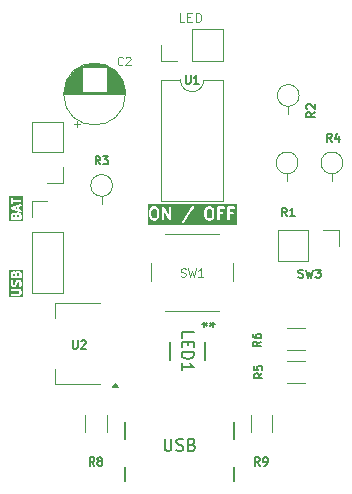
<source format=gto>
%TF.GenerationSoftware,KiCad,Pcbnew,8.0.4*%
%TF.CreationDate,2024-08-01T01:15:24-04:00*%
%TF.ProjectId,555_toggle-switch_v2,3535355f-746f-4676-976c-652d73776974,rev?*%
%TF.SameCoordinates,Original*%
%TF.FileFunction,Legend,Top*%
%TF.FilePolarity,Positive*%
%FSLAX46Y46*%
G04 Gerber Fmt 4.6, Leading zero omitted, Abs format (unit mm)*
G04 Created by KiCad (PCBNEW 8.0.4) date 2024-08-01 01:15:24*
%MOMM*%
%LPD*%
G01*
G04 APERTURE LIST*
%ADD10C,0.187500*%
%ADD11C,0.200000*%
%ADD12C,0.125000*%
%ADD13C,0.150000*%
%ADD14C,0.120000*%
%ADD15C,0.152400*%
G04 APERTURE END LIST*
D10*
G36*
X110617395Y-109066334D02*
G01*
X110631593Y-109080532D01*
X110650607Y-109118559D01*
X110650607Y-109252678D01*
X110480964Y-109252678D01*
X110480964Y-109118560D01*
X110499978Y-109080531D01*
X110514174Y-109066334D01*
X110552203Y-109047321D01*
X110579368Y-109047321D01*
X110617395Y-109066334D01*
G37*
G36*
X111010253Y-109030621D02*
G01*
X111024450Y-109044817D01*
X111043464Y-109082845D01*
X111043464Y-109252678D01*
X110838107Y-109252678D01*
X110838107Y-109111640D01*
X110862011Y-109039926D01*
X110871316Y-109030621D01*
X110909346Y-109011607D01*
X110972225Y-109011607D01*
X111010253Y-109030621D01*
G37*
G36*
X111324714Y-111033928D02*
G01*
X110199714Y-111033928D01*
X110199714Y-110399567D01*
X110295265Y-110399567D01*
X110295265Y-110436147D01*
X110309264Y-110469942D01*
X110335129Y-110495807D01*
X110368924Y-110509806D01*
X110387214Y-110511607D01*
X110972225Y-110511607D01*
X111010253Y-110530621D01*
X111024450Y-110544817D01*
X111043464Y-110582845D01*
X111043464Y-110681439D01*
X111024450Y-110719467D01*
X111010253Y-110733663D01*
X110972225Y-110752678D01*
X110387214Y-110752678D01*
X110368924Y-110754479D01*
X110335129Y-110768478D01*
X110309264Y-110794343D01*
X110295265Y-110828138D01*
X110295265Y-110864718D01*
X110309264Y-110898513D01*
X110335129Y-110924378D01*
X110368924Y-110938377D01*
X110387214Y-110940178D01*
X110994357Y-110940178D01*
X111012647Y-110938377D01*
X111015759Y-110937087D01*
X111019119Y-110936849D01*
X111036283Y-110930281D01*
X111107711Y-110894567D01*
X111115582Y-110889612D01*
X111117869Y-110888665D01*
X111120443Y-110886552D01*
X111123265Y-110884776D01*
X111124888Y-110882904D01*
X111132075Y-110877006D01*
X111167790Y-110841292D01*
X111173690Y-110834103D01*
X111175562Y-110832480D01*
X111177336Y-110829660D01*
X111179450Y-110827086D01*
X111180397Y-110824798D01*
X111185353Y-110816926D01*
X111221067Y-110745497D01*
X111227635Y-110728332D01*
X111227873Y-110724973D01*
X111229163Y-110721861D01*
X111230964Y-110703571D01*
X111230964Y-110560714D01*
X111229163Y-110542424D01*
X111227873Y-110539311D01*
X111227635Y-110535953D01*
X111221067Y-110518788D01*
X111185353Y-110447359D01*
X111180397Y-110439486D01*
X111179450Y-110437199D01*
X111177336Y-110434624D01*
X111175562Y-110431805D01*
X111173690Y-110430181D01*
X111167790Y-110422993D01*
X111132075Y-110387279D01*
X111124888Y-110381380D01*
X111123265Y-110379509D01*
X111120443Y-110377732D01*
X111117869Y-110375620D01*
X111115582Y-110374672D01*
X111107711Y-110369718D01*
X111036283Y-110334004D01*
X111019119Y-110327436D01*
X111015759Y-110327197D01*
X111012647Y-110325908D01*
X110994357Y-110324107D01*
X110387214Y-110324107D01*
X110368924Y-110325908D01*
X110335129Y-110339907D01*
X110309264Y-110365772D01*
X110295265Y-110399567D01*
X110199714Y-110399567D01*
X110199714Y-109775000D01*
X110293464Y-109775000D01*
X110293464Y-109953571D01*
X110295265Y-109971861D01*
X110296554Y-109974973D01*
X110296793Y-109978332D01*
X110303361Y-109995497D01*
X110339075Y-110066926D01*
X110344028Y-110074795D01*
X110344977Y-110077085D01*
X110347091Y-110079661D01*
X110348866Y-110082480D01*
X110350736Y-110084102D01*
X110356637Y-110091291D01*
X110392351Y-110127005D01*
X110399539Y-110132905D01*
X110401162Y-110134776D01*
X110403980Y-110136550D01*
X110406557Y-110138665D01*
X110408846Y-110139613D01*
X110416716Y-110144567D01*
X110488145Y-110180281D01*
X110505310Y-110186849D01*
X110508668Y-110187087D01*
X110511781Y-110188377D01*
X110530071Y-110190178D01*
X110601500Y-110190178D01*
X110619790Y-110188377D01*
X110622902Y-110187087D01*
X110626262Y-110186849D01*
X110643426Y-110180281D01*
X110714854Y-110144567D01*
X110722723Y-110139613D01*
X110725013Y-110138665D01*
X110727589Y-110136550D01*
X110730408Y-110134776D01*
X110732030Y-110132905D01*
X110739219Y-110127005D01*
X110774933Y-110091291D01*
X110780833Y-110084102D01*
X110782704Y-110082480D01*
X110784477Y-110079662D01*
X110786593Y-110077085D01*
X110787541Y-110074794D01*
X110792494Y-110066927D01*
X110828209Y-109995498D01*
X110828720Y-109994162D01*
X110829125Y-109993616D01*
X110831870Y-109985930D01*
X110834778Y-109978334D01*
X110834826Y-109977658D01*
X110835308Y-109976309D01*
X110868525Y-109843436D01*
X110892834Y-109794818D01*
X110907033Y-109780620D01*
X110945060Y-109761607D01*
X110972225Y-109761607D01*
X111010252Y-109780620D01*
X111024450Y-109794819D01*
X111043464Y-109832846D01*
X111043464Y-109974072D01*
X111012561Y-110066782D01*
X111008486Y-110084703D01*
X111011079Y-110121190D01*
X111027438Y-110153907D01*
X111055072Y-110177875D01*
X111089775Y-110189442D01*
X111126262Y-110186849D01*
X111158979Y-110170490D01*
X111182947Y-110142856D01*
X111190439Y-110126074D01*
X111226153Y-110018932D01*
X111228214Y-110009865D01*
X111229163Y-110007576D01*
X111229489Y-110004257D01*
X111230228Y-110001011D01*
X111230052Y-109998542D01*
X111230964Y-109989286D01*
X111230964Y-109810714D01*
X111229163Y-109792424D01*
X111227873Y-109789311D01*
X111227635Y-109785952D01*
X111221067Y-109768788D01*
X111185353Y-109697360D01*
X111180399Y-109689490D01*
X111179451Y-109687201D01*
X111177335Y-109684623D01*
X111175562Y-109681806D01*
X111173692Y-109680184D01*
X111167792Y-109672995D01*
X111132076Y-109637280D01*
X111124887Y-109631379D01*
X111123265Y-109629509D01*
X111120446Y-109627734D01*
X111117870Y-109625620D01*
X111115580Y-109624671D01*
X111107711Y-109619718D01*
X111036283Y-109584004D01*
X111019119Y-109577436D01*
X111015759Y-109577197D01*
X111012647Y-109575908D01*
X110994357Y-109574107D01*
X110922928Y-109574107D01*
X110904638Y-109575908D01*
X110901525Y-109577197D01*
X110898166Y-109577436D01*
X110881002Y-109584004D01*
X110809574Y-109619718D01*
X110801704Y-109624671D01*
X110799415Y-109625620D01*
X110796837Y-109627735D01*
X110794020Y-109629509D01*
X110792398Y-109631378D01*
X110785209Y-109637279D01*
X110749494Y-109672995D01*
X110743593Y-109680183D01*
X110741723Y-109681806D01*
X110739948Y-109684624D01*
X110737834Y-109687201D01*
X110736885Y-109689490D01*
X110731932Y-109697360D01*
X110696218Y-109768788D01*
X110695706Y-109770124D01*
X110695303Y-109770669D01*
X110692558Y-109778352D01*
X110689650Y-109785952D01*
X110689602Y-109786626D01*
X110689120Y-109787976D01*
X110655901Y-109920852D01*
X110631593Y-109969466D01*
X110617396Y-109983664D01*
X110579368Y-110002678D01*
X110552203Y-110002678D01*
X110514173Y-109983663D01*
X110499978Y-109969468D01*
X110480964Y-109931439D01*
X110480964Y-109790212D01*
X110511867Y-109697503D01*
X110515942Y-109679582D01*
X110513349Y-109643094D01*
X110496990Y-109610377D01*
X110469356Y-109586410D01*
X110434653Y-109574842D01*
X110398166Y-109577436D01*
X110365449Y-109593795D01*
X110341481Y-109621429D01*
X110333989Y-109638210D01*
X110298275Y-109745354D01*
X110296213Y-109754420D01*
X110295265Y-109756710D01*
X110294938Y-109760028D01*
X110294200Y-109763275D01*
X110294375Y-109765743D01*
X110293464Y-109775000D01*
X110199714Y-109775000D01*
X110199714Y-109096428D01*
X110293464Y-109096428D01*
X110293464Y-109346428D01*
X110295265Y-109364718D01*
X110309264Y-109398513D01*
X110335129Y-109424378D01*
X110368924Y-109438377D01*
X110387214Y-109440178D01*
X111137214Y-109440178D01*
X111155504Y-109438377D01*
X111189299Y-109424378D01*
X111215164Y-109398513D01*
X111229163Y-109364718D01*
X111230964Y-109346428D01*
X111230964Y-109060714D01*
X111229163Y-109042424D01*
X111227873Y-109039311D01*
X111227635Y-109035953D01*
X111221067Y-109018788D01*
X111185353Y-108947359D01*
X111180397Y-108939486D01*
X111179450Y-108937199D01*
X111177336Y-108934624D01*
X111175562Y-108931805D01*
X111173690Y-108930181D01*
X111167790Y-108922993D01*
X111132075Y-108887279D01*
X111124888Y-108881380D01*
X111123265Y-108879509D01*
X111120443Y-108877732D01*
X111117869Y-108875620D01*
X111115582Y-108874672D01*
X111107711Y-108869718D01*
X111036283Y-108834004D01*
X111019119Y-108827436D01*
X111015759Y-108827197D01*
X111012647Y-108825908D01*
X110994357Y-108824107D01*
X110887214Y-108824107D01*
X110868924Y-108825908D01*
X110865811Y-108827197D01*
X110862453Y-108827436D01*
X110845288Y-108834004D01*
X110773859Y-108869718D01*
X110765989Y-108874671D01*
X110763700Y-108875620D01*
X110761123Y-108877734D01*
X110758305Y-108879509D01*
X110756682Y-108881379D01*
X110749494Y-108887280D01*
X110725247Y-108911526D01*
X110725014Y-108911335D01*
X110722726Y-108910387D01*
X110714854Y-108905432D01*
X110643426Y-108869718D01*
X110626262Y-108863150D01*
X110622902Y-108862911D01*
X110619790Y-108861622D01*
X110601500Y-108859821D01*
X110530071Y-108859821D01*
X110511781Y-108861622D01*
X110508668Y-108862911D01*
X110505310Y-108863150D01*
X110488145Y-108869718D01*
X110416716Y-108905432D01*
X110408843Y-108910387D01*
X110406556Y-108911335D01*
X110403981Y-108913448D01*
X110401162Y-108915223D01*
X110399538Y-108917094D01*
X110392350Y-108922995D01*
X110356636Y-108958710D01*
X110350737Y-108965896D01*
X110348866Y-108967520D01*
X110347089Y-108970341D01*
X110344977Y-108972916D01*
X110344029Y-108975202D01*
X110339075Y-108983074D01*
X110303361Y-109054502D01*
X110296793Y-109071666D01*
X110296554Y-109075025D01*
X110295265Y-109078138D01*
X110293464Y-109096428D01*
X110199714Y-109096428D01*
X110199714Y-108730357D01*
X111324714Y-108730357D01*
X111324714Y-111033928D01*
G37*
G36*
X110617395Y-104123477D02*
G01*
X110631593Y-104137675D01*
X110650607Y-104175702D01*
X110650607Y-104309821D01*
X110480964Y-104309821D01*
X110480964Y-104175703D01*
X110499978Y-104137674D01*
X110514174Y-104123477D01*
X110552203Y-104104464D01*
X110579368Y-104104464D01*
X110617395Y-104123477D01*
G37*
G36*
X111010253Y-104087764D02*
G01*
X111024450Y-104101960D01*
X111043464Y-104139988D01*
X111043464Y-104309821D01*
X110838107Y-104309821D01*
X110838107Y-104168783D01*
X110862011Y-104097069D01*
X110871316Y-104087764D01*
X110909346Y-104068750D01*
X110972225Y-104068750D01*
X111010253Y-104087764D01*
G37*
G36*
X110829178Y-103559214D02*
G01*
X110683677Y-103510714D01*
X110829178Y-103462213D01*
X110829178Y-103559214D01*
G37*
G36*
X111324714Y-104591071D02*
G01*
X110199714Y-104591071D01*
X110199714Y-104153571D01*
X110293464Y-104153571D01*
X110293464Y-104403571D01*
X110295265Y-104421861D01*
X110309264Y-104455656D01*
X110335129Y-104481521D01*
X110368924Y-104495520D01*
X110387214Y-104497321D01*
X111137214Y-104497321D01*
X111155504Y-104495520D01*
X111189299Y-104481521D01*
X111215164Y-104455656D01*
X111229163Y-104421861D01*
X111230964Y-104403571D01*
X111230964Y-104117857D01*
X111229163Y-104099567D01*
X111227873Y-104096454D01*
X111227635Y-104093096D01*
X111221067Y-104075931D01*
X111185353Y-104004502D01*
X111180397Y-103996629D01*
X111179450Y-103994342D01*
X111177336Y-103991767D01*
X111175562Y-103988948D01*
X111173690Y-103987324D01*
X111167790Y-103980136D01*
X111132075Y-103944422D01*
X111124888Y-103938523D01*
X111123265Y-103936652D01*
X111120443Y-103934875D01*
X111117869Y-103932763D01*
X111115582Y-103931815D01*
X111107711Y-103926861D01*
X111036283Y-103891147D01*
X111019119Y-103884579D01*
X111015759Y-103884340D01*
X111012647Y-103883051D01*
X110994357Y-103881250D01*
X110887214Y-103881250D01*
X110868924Y-103883051D01*
X110865811Y-103884340D01*
X110862453Y-103884579D01*
X110845288Y-103891147D01*
X110773859Y-103926861D01*
X110765989Y-103931814D01*
X110763700Y-103932763D01*
X110761123Y-103934877D01*
X110758305Y-103936652D01*
X110756682Y-103938522D01*
X110749494Y-103944423D01*
X110725247Y-103968669D01*
X110725014Y-103968478D01*
X110722726Y-103967530D01*
X110714854Y-103962575D01*
X110643426Y-103926861D01*
X110626262Y-103920293D01*
X110622902Y-103920054D01*
X110619790Y-103918765D01*
X110601500Y-103916964D01*
X110530071Y-103916964D01*
X110511781Y-103918765D01*
X110508668Y-103920054D01*
X110505310Y-103920293D01*
X110488145Y-103926861D01*
X110416716Y-103962575D01*
X110408843Y-103967530D01*
X110406556Y-103968478D01*
X110403981Y-103970591D01*
X110401162Y-103972366D01*
X110399538Y-103974237D01*
X110392350Y-103980138D01*
X110356636Y-104015853D01*
X110350737Y-104023039D01*
X110348866Y-104024663D01*
X110347089Y-104027484D01*
X110344977Y-104030059D01*
X110344029Y-104032345D01*
X110339075Y-104040217D01*
X110303361Y-104111645D01*
X110296793Y-104128809D01*
X110296554Y-104132168D01*
X110295265Y-104135281D01*
X110293464Y-104153571D01*
X110199714Y-104153571D01*
X110199714Y-103498989D01*
X110294200Y-103498989D01*
X110295033Y-103510714D01*
X110294200Y-103522439D01*
X110296318Y-103528793D01*
X110296793Y-103535476D01*
X110302049Y-103545988D01*
X110305767Y-103557142D01*
X110310157Y-103562203D01*
X110313152Y-103568193D01*
X110322032Y-103575895D01*
X110329735Y-103584776D01*
X110335724Y-103587770D01*
X110340786Y-103592161D01*
X110357568Y-103599653D01*
X111107567Y-103849653D01*
X111125488Y-103853728D01*
X111161976Y-103851134D01*
X111194693Y-103834776D01*
X111218660Y-103807142D01*
X111230228Y-103772439D01*
X111227634Y-103735952D01*
X111211276Y-103703235D01*
X111183642Y-103679267D01*
X111166860Y-103671775D01*
X111016678Y-103621714D01*
X111016678Y-103399713D01*
X111166860Y-103349653D01*
X111183642Y-103342161D01*
X111211276Y-103318193D01*
X111227634Y-103285476D01*
X111230228Y-103248989D01*
X111218660Y-103214286D01*
X111194693Y-103186652D01*
X111161976Y-103170294D01*
X111125488Y-103167700D01*
X111107567Y-103171775D01*
X110357568Y-103421775D01*
X110340786Y-103429267D01*
X110335724Y-103433657D01*
X110329735Y-103436652D01*
X110322032Y-103445532D01*
X110313152Y-103453235D01*
X110310157Y-103459224D01*
X110305767Y-103464286D01*
X110302049Y-103475439D01*
X110296793Y-103485952D01*
X110296318Y-103492634D01*
X110294200Y-103498989D01*
X110199714Y-103498989D01*
X110199714Y-102689286D01*
X110293464Y-102689286D01*
X110293464Y-103117857D01*
X110295265Y-103136147D01*
X110309264Y-103169942D01*
X110335129Y-103195807D01*
X110368924Y-103209806D01*
X110405504Y-103209806D01*
X110439299Y-103195807D01*
X110465164Y-103169942D01*
X110479163Y-103136147D01*
X110480964Y-103117857D01*
X110480964Y-102997321D01*
X111137214Y-102997321D01*
X111155504Y-102995520D01*
X111189299Y-102981521D01*
X111215164Y-102955656D01*
X111229163Y-102921861D01*
X111229163Y-102885281D01*
X111215164Y-102851486D01*
X111189299Y-102825621D01*
X111155504Y-102811622D01*
X111137214Y-102809821D01*
X110480964Y-102809821D01*
X110480964Y-102689286D01*
X110479163Y-102670996D01*
X110465164Y-102637201D01*
X110439299Y-102611336D01*
X110405504Y-102597337D01*
X110368924Y-102597337D01*
X110335129Y-102611336D01*
X110309264Y-102637201D01*
X110295265Y-102670996D01*
X110293464Y-102689286D01*
X110199714Y-102689286D01*
X110199714Y-102503587D01*
X111324714Y-102503587D01*
X111324714Y-104591071D01*
G37*
D11*
G36*
X122586626Y-103597023D02*
G01*
X122650805Y-103661202D01*
X122688720Y-103812861D01*
X122688720Y-104121575D01*
X122650804Y-104273235D01*
X122586628Y-104337413D01*
X122527018Y-104367219D01*
X122383756Y-104367219D01*
X122324146Y-104337414D01*
X122259969Y-104273236D01*
X122222054Y-104121575D01*
X122222054Y-103812862D01*
X122259969Y-103661202D01*
X122324148Y-103597023D01*
X122383756Y-103567219D01*
X122527018Y-103567219D01*
X122586626Y-103597023D01*
G37*
G36*
X127253293Y-103597023D02*
G01*
X127317472Y-103661202D01*
X127355387Y-103812861D01*
X127355387Y-104121575D01*
X127317471Y-104273235D01*
X127253295Y-104337413D01*
X127193685Y-104367219D01*
X127050423Y-104367219D01*
X126990813Y-104337414D01*
X126926636Y-104273236D01*
X126888721Y-104121575D01*
X126888721Y-103812862D01*
X126926636Y-103661202D01*
X126990815Y-103597023D01*
X127050423Y-103567219D01*
X127193685Y-103567219D01*
X127253293Y-103597023D01*
G37*
G36*
X129426482Y-104916425D02*
G01*
X121910943Y-104916425D01*
X121910943Y-104705419D01*
X124783959Y-104705419D01*
X124791611Y-104743679D01*
X124813322Y-104776099D01*
X124845787Y-104797742D01*
X124884064Y-104805314D01*
X124922324Y-104797662D01*
X124954744Y-104775951D01*
X124967164Y-104760784D01*
X125607318Y-103800552D01*
X126688721Y-103800552D01*
X126688721Y-104133885D01*
X126689056Y-104137287D01*
X126688839Y-104138746D01*
X126689918Y-104146043D01*
X126690642Y-104153394D01*
X126691206Y-104154757D01*
X126691707Y-104158139D01*
X126739326Y-104348614D01*
X126745921Y-104367075D01*
X126750346Y-104373047D01*
X126753192Y-104379918D01*
X126765629Y-104395071D01*
X126860867Y-104490311D01*
X126868535Y-104496604D01*
X126870266Y-104498600D01*
X126873273Y-104500493D01*
X126876020Y-104502747D01*
X126878460Y-104503757D01*
X126886857Y-104509043D01*
X126982094Y-104556662D01*
X127000403Y-104563668D01*
X127003986Y-104563922D01*
X127007307Y-104565298D01*
X127026816Y-104567219D01*
X127217292Y-104567219D01*
X127236801Y-104565298D01*
X127240121Y-104563922D01*
X127243705Y-104563668D01*
X127262013Y-104556662D01*
X127357251Y-104509043D01*
X127365646Y-104503758D01*
X127368088Y-104502747D01*
X127370835Y-104500491D01*
X127373841Y-104498600D01*
X127375571Y-104496605D01*
X127383241Y-104490310D01*
X127478479Y-104395071D01*
X127490916Y-104379918D01*
X127493761Y-104373047D01*
X127498187Y-104367075D01*
X127504782Y-104348615D01*
X127552401Y-104158139D01*
X127552901Y-104154757D01*
X127553466Y-104153394D01*
X127554189Y-104146043D01*
X127555269Y-104138746D01*
X127555051Y-104137287D01*
X127555387Y-104133885D01*
X127555387Y-103800552D01*
X127555051Y-103797149D01*
X127555269Y-103795691D01*
X127554189Y-103788393D01*
X127553466Y-103781043D01*
X127552901Y-103779679D01*
X127552401Y-103776298D01*
X127504782Y-103585822D01*
X127498187Y-103567362D01*
X127493760Y-103561387D01*
X127490915Y-103554519D01*
X127478479Y-103539365D01*
X127406333Y-103467219D01*
X127783959Y-103467219D01*
X127783959Y-104467219D01*
X127785880Y-104486728D01*
X127800812Y-104522776D01*
X127828402Y-104550366D01*
X127864450Y-104565298D01*
X127903468Y-104565298D01*
X127939516Y-104550366D01*
X127967106Y-104522776D01*
X127982038Y-104486728D01*
X127983959Y-104467219D01*
X127983959Y-104043409D01*
X128217292Y-104043409D01*
X128236801Y-104041488D01*
X128272849Y-104026556D01*
X128300439Y-103998966D01*
X128315371Y-103962918D01*
X128315371Y-103923900D01*
X128300439Y-103887852D01*
X128272849Y-103860262D01*
X128236801Y-103845330D01*
X128217292Y-103843409D01*
X127983959Y-103843409D01*
X127983959Y-103567219D01*
X128360149Y-103567219D01*
X128379658Y-103565298D01*
X128415706Y-103550366D01*
X128443296Y-103522776D01*
X128458228Y-103486728D01*
X128458228Y-103467219D01*
X128641102Y-103467219D01*
X128641102Y-104467219D01*
X128643023Y-104486728D01*
X128657955Y-104522776D01*
X128685545Y-104550366D01*
X128721593Y-104565298D01*
X128760611Y-104565298D01*
X128796659Y-104550366D01*
X128824249Y-104522776D01*
X128839181Y-104486728D01*
X128841102Y-104467219D01*
X128841102Y-104043409D01*
X129074435Y-104043409D01*
X129093944Y-104041488D01*
X129129992Y-104026556D01*
X129157582Y-103998966D01*
X129172514Y-103962918D01*
X129172514Y-103923900D01*
X129157582Y-103887852D01*
X129129992Y-103860262D01*
X129093944Y-103845330D01*
X129074435Y-103843409D01*
X128841102Y-103843409D01*
X128841102Y-103567219D01*
X129217292Y-103567219D01*
X129236801Y-103565298D01*
X129272849Y-103550366D01*
X129300439Y-103522776D01*
X129315371Y-103486728D01*
X129315371Y-103447710D01*
X129300439Y-103411662D01*
X129272849Y-103384072D01*
X129236801Y-103369140D01*
X129217292Y-103367219D01*
X128741102Y-103367219D01*
X128721593Y-103369140D01*
X128685545Y-103384072D01*
X128657955Y-103411662D01*
X128643023Y-103447710D01*
X128641102Y-103467219D01*
X128458228Y-103467219D01*
X128458228Y-103447710D01*
X128443296Y-103411662D01*
X128415706Y-103384072D01*
X128379658Y-103369140D01*
X128360149Y-103367219D01*
X127883959Y-103367219D01*
X127864450Y-103369140D01*
X127828402Y-103384072D01*
X127800812Y-103411662D01*
X127785880Y-103447710D01*
X127783959Y-103467219D01*
X127406333Y-103467219D01*
X127383241Y-103444127D01*
X127375570Y-103437832D01*
X127373841Y-103435838D01*
X127370833Y-103433944D01*
X127368087Y-103431691D01*
X127365647Y-103430680D01*
X127357251Y-103425395D01*
X127262013Y-103377776D01*
X127243705Y-103370770D01*
X127240121Y-103370515D01*
X127236801Y-103369140D01*
X127217292Y-103367219D01*
X127026816Y-103367219D01*
X127007307Y-103369140D01*
X127003986Y-103370515D01*
X127000403Y-103370770D01*
X126982094Y-103377776D01*
X126886857Y-103425395D01*
X126878458Y-103430681D01*
X126876021Y-103431691D01*
X126873277Y-103433942D01*
X126870266Y-103435838D01*
X126868533Y-103437835D01*
X126860867Y-103444127D01*
X126765629Y-103539365D01*
X126753193Y-103554519D01*
X126750347Y-103561387D01*
X126745921Y-103567362D01*
X126739326Y-103585823D01*
X126691707Y-103776298D01*
X126691206Y-103779679D01*
X126690642Y-103781043D01*
X126689918Y-103788393D01*
X126688839Y-103795691D01*
X126689056Y-103797149D01*
X126688721Y-103800552D01*
X125607318Y-103800552D01*
X125824306Y-103475070D01*
X125833530Y-103457772D01*
X125841101Y-103419495D01*
X125833449Y-103381235D01*
X125811738Y-103348815D01*
X125779273Y-103327171D01*
X125740997Y-103319600D01*
X125702736Y-103327252D01*
X125670316Y-103348963D01*
X125657896Y-103364130D01*
X124800754Y-104649844D01*
X124791531Y-104667142D01*
X124783959Y-104705419D01*
X121910943Y-104705419D01*
X121910943Y-103800552D01*
X122022054Y-103800552D01*
X122022054Y-104133885D01*
X122022389Y-104137287D01*
X122022172Y-104138746D01*
X122023251Y-104146043D01*
X122023975Y-104153394D01*
X122024539Y-104154757D01*
X122025040Y-104158139D01*
X122072659Y-104348614D01*
X122079254Y-104367075D01*
X122083679Y-104373047D01*
X122086525Y-104379918D01*
X122098962Y-104395071D01*
X122194200Y-104490311D01*
X122201868Y-104496604D01*
X122203599Y-104498600D01*
X122206606Y-104500493D01*
X122209353Y-104502747D01*
X122211793Y-104503757D01*
X122220190Y-104509043D01*
X122315427Y-104556662D01*
X122333736Y-104563668D01*
X122337319Y-104563922D01*
X122340640Y-104565298D01*
X122360149Y-104567219D01*
X122550625Y-104567219D01*
X122570134Y-104565298D01*
X122573454Y-104563922D01*
X122577038Y-104563668D01*
X122595346Y-104556662D01*
X122690584Y-104509043D01*
X122698979Y-104503758D01*
X122701421Y-104502747D01*
X122704168Y-104500491D01*
X122707174Y-104498600D01*
X122708904Y-104496605D01*
X122716574Y-104490310D01*
X122811812Y-104395071D01*
X122824249Y-104379918D01*
X122827094Y-104373047D01*
X122831520Y-104367075D01*
X122838115Y-104348615D01*
X122885734Y-104158139D01*
X122886234Y-104154757D01*
X122886799Y-104153394D01*
X122887522Y-104146043D01*
X122888602Y-104138746D01*
X122888384Y-104137287D01*
X122888720Y-104133885D01*
X122888720Y-103800552D01*
X122888384Y-103797149D01*
X122888602Y-103795691D01*
X122887522Y-103788393D01*
X122886799Y-103781043D01*
X122886234Y-103779679D01*
X122885734Y-103776298D01*
X122838115Y-103585822D01*
X122831520Y-103567362D01*
X122827093Y-103561387D01*
X122824248Y-103554519D01*
X122811812Y-103539365D01*
X122739666Y-103467219D01*
X123117292Y-103467219D01*
X123117292Y-104467219D01*
X123119213Y-104486728D01*
X123134145Y-104522776D01*
X123161735Y-104550366D01*
X123197783Y-104565298D01*
X123236801Y-104565298D01*
X123272849Y-104550366D01*
X123300439Y-104522776D01*
X123315371Y-104486728D01*
X123317292Y-104467219D01*
X123317292Y-103843775D01*
X123701896Y-104516833D01*
X123704814Y-104520943D01*
X123705573Y-104522776D01*
X123707439Y-104524642D01*
X123713243Y-104532818D01*
X123723759Y-104540962D01*
X123733163Y-104550366D01*
X123739050Y-104552804D01*
X123744092Y-104556709D01*
X123756924Y-104560208D01*
X123769211Y-104565298D01*
X123775587Y-104565298D01*
X123781736Y-104566975D01*
X123794929Y-104565298D01*
X123808229Y-104565298D01*
X123814117Y-104562858D01*
X123820442Y-104562055D01*
X123831991Y-104555454D01*
X123844277Y-104550366D01*
X123848784Y-104545858D01*
X123854319Y-104542696D01*
X123862463Y-104532179D01*
X123871867Y-104522776D01*
X123874305Y-104516888D01*
X123878210Y-104511847D01*
X123881709Y-104499014D01*
X123886799Y-104486728D01*
X123887781Y-104476750D01*
X123888476Y-104474204D01*
X123888225Y-104472236D01*
X123888720Y-104467219D01*
X123888720Y-103467219D01*
X123886799Y-103447710D01*
X123871867Y-103411662D01*
X123844277Y-103384072D01*
X123808229Y-103369140D01*
X123769211Y-103369140D01*
X123733163Y-103384072D01*
X123705573Y-103411662D01*
X123690641Y-103447710D01*
X123688720Y-103467219D01*
X123688720Y-104090662D01*
X123304116Y-103417605D01*
X123301197Y-103413494D01*
X123300439Y-103411662D01*
X123298572Y-103409795D01*
X123292769Y-103401620D01*
X123282254Y-103393477D01*
X123272849Y-103384072D01*
X123266958Y-103381632D01*
X123261920Y-103377730D01*
X123249091Y-103374231D01*
X123236801Y-103369140D01*
X123230426Y-103369140D01*
X123224277Y-103367463D01*
X123211084Y-103369140D01*
X123197783Y-103369140D01*
X123191894Y-103371579D01*
X123185570Y-103372383D01*
X123174020Y-103378983D01*
X123161735Y-103384072D01*
X123157227Y-103388579D01*
X123151693Y-103391742D01*
X123143550Y-103402256D01*
X123134145Y-103411662D01*
X123131705Y-103417552D01*
X123127803Y-103422591D01*
X123124304Y-103435419D01*
X123119213Y-103447710D01*
X123118230Y-103457687D01*
X123117536Y-103460234D01*
X123117786Y-103462201D01*
X123117292Y-103467219D01*
X122739666Y-103467219D01*
X122716574Y-103444127D01*
X122708903Y-103437832D01*
X122707174Y-103435838D01*
X122704166Y-103433944D01*
X122701420Y-103431691D01*
X122698980Y-103430680D01*
X122690584Y-103425395D01*
X122595346Y-103377776D01*
X122577038Y-103370770D01*
X122573454Y-103370515D01*
X122570134Y-103369140D01*
X122550625Y-103367219D01*
X122360149Y-103367219D01*
X122340640Y-103369140D01*
X122337319Y-103370515D01*
X122333736Y-103370770D01*
X122315427Y-103377776D01*
X122220190Y-103425395D01*
X122211791Y-103430681D01*
X122209354Y-103431691D01*
X122206610Y-103433942D01*
X122203599Y-103435838D01*
X122201866Y-103437835D01*
X122194200Y-103444127D01*
X122098962Y-103539365D01*
X122086526Y-103554519D01*
X122083680Y-103561387D01*
X122079254Y-103567362D01*
X122072659Y-103585823D01*
X122025040Y-103776298D01*
X122024539Y-103779679D01*
X122023975Y-103781043D01*
X122023251Y-103788393D01*
X122022172Y-103795691D01*
X122022389Y-103797149D01*
X122022054Y-103800552D01*
X121910943Y-103800552D01*
X121910943Y-103208489D01*
X129426482Y-103208489D01*
X129426482Y-104916425D01*
G37*
D12*
X124985714Y-87763595D02*
X124604762Y-87763595D01*
X124604762Y-87763595D02*
X124604762Y-86963595D01*
X125252381Y-87344547D02*
X125519047Y-87344547D01*
X125633333Y-87763595D02*
X125252381Y-87763595D01*
X125252381Y-87763595D02*
X125252381Y-86963595D01*
X125252381Y-86963595D02*
X125633333Y-86963595D01*
X125976191Y-87763595D02*
X125976191Y-86963595D01*
X125976191Y-86963595D02*
X126166667Y-86963595D01*
X126166667Y-86963595D02*
X126280953Y-87001690D01*
X126280953Y-87001690D02*
X126357143Y-87077880D01*
X126357143Y-87077880D02*
X126395238Y-87154071D01*
X126395238Y-87154071D02*
X126433334Y-87306452D01*
X126433334Y-87306452D02*
X126433334Y-87420738D01*
X126433334Y-87420738D02*
X126395238Y-87573119D01*
X126395238Y-87573119D02*
X126357143Y-87649309D01*
X126357143Y-87649309D02*
X126280953Y-87725500D01*
X126280953Y-87725500D02*
X126166667Y-87763595D01*
X126166667Y-87763595D02*
X125976191Y-87763595D01*
D13*
X115566666Y-114716033D02*
X115566666Y-115282700D01*
X115566666Y-115282700D02*
X115600000Y-115349366D01*
X115600000Y-115349366D02*
X115633333Y-115382700D01*
X115633333Y-115382700D02*
X115700000Y-115416033D01*
X115700000Y-115416033D02*
X115833333Y-115416033D01*
X115833333Y-115416033D02*
X115900000Y-115382700D01*
X115900000Y-115382700D02*
X115933333Y-115349366D01*
X115933333Y-115349366D02*
X115966666Y-115282700D01*
X115966666Y-115282700D02*
X115966666Y-114716033D01*
X116266666Y-114782700D02*
X116299999Y-114749366D01*
X116299999Y-114749366D02*
X116366666Y-114716033D01*
X116366666Y-114716033D02*
X116533333Y-114716033D01*
X116533333Y-114716033D02*
X116599999Y-114749366D01*
X116599999Y-114749366D02*
X116633333Y-114782700D01*
X116633333Y-114782700D02*
X116666666Y-114849366D01*
X116666666Y-114849366D02*
X116666666Y-114916033D01*
X116666666Y-114916033D02*
X116633333Y-115016033D01*
X116633333Y-115016033D02*
X116233333Y-115416033D01*
X116233333Y-115416033D02*
X116666666Y-115416033D01*
D12*
X119783333Y-91350666D02*
X119750000Y-91384000D01*
X119750000Y-91384000D02*
X119650000Y-91417333D01*
X119650000Y-91417333D02*
X119583333Y-91417333D01*
X119583333Y-91417333D02*
X119483333Y-91384000D01*
X119483333Y-91384000D02*
X119416667Y-91317333D01*
X119416667Y-91317333D02*
X119383333Y-91250666D01*
X119383333Y-91250666D02*
X119350000Y-91117333D01*
X119350000Y-91117333D02*
X119350000Y-91017333D01*
X119350000Y-91017333D02*
X119383333Y-90884000D01*
X119383333Y-90884000D02*
X119416667Y-90817333D01*
X119416667Y-90817333D02*
X119483333Y-90750666D01*
X119483333Y-90750666D02*
X119583333Y-90717333D01*
X119583333Y-90717333D02*
X119650000Y-90717333D01*
X119650000Y-90717333D02*
X119750000Y-90750666D01*
X119750000Y-90750666D02*
X119783333Y-90784000D01*
X120050000Y-90784000D02*
X120083333Y-90750666D01*
X120083333Y-90750666D02*
X120150000Y-90717333D01*
X120150000Y-90717333D02*
X120316667Y-90717333D01*
X120316667Y-90717333D02*
X120383333Y-90750666D01*
X120383333Y-90750666D02*
X120416667Y-90784000D01*
X120416667Y-90784000D02*
X120450000Y-90850666D01*
X120450000Y-90850666D02*
X120450000Y-90917333D01*
X120450000Y-90917333D02*
X120416667Y-91017333D01*
X120416667Y-91017333D02*
X120016667Y-91417333D01*
X120016667Y-91417333D02*
X120450000Y-91417333D01*
D13*
X125126666Y-92266033D02*
X125126666Y-92832700D01*
X125126666Y-92832700D02*
X125160000Y-92899366D01*
X125160000Y-92899366D02*
X125193333Y-92932700D01*
X125193333Y-92932700D02*
X125260000Y-92966033D01*
X125260000Y-92966033D02*
X125393333Y-92966033D01*
X125393333Y-92966033D02*
X125460000Y-92932700D01*
X125460000Y-92932700D02*
X125493333Y-92899366D01*
X125493333Y-92899366D02*
X125526666Y-92832700D01*
X125526666Y-92832700D02*
X125526666Y-92266033D01*
X126226666Y-92966033D02*
X125826666Y-92966033D01*
X126026666Y-92966033D02*
X126026666Y-92266033D01*
X126026666Y-92266033D02*
X125959999Y-92366033D01*
X125959999Y-92366033D02*
X125893333Y-92432700D01*
X125893333Y-92432700D02*
X125826666Y-92466033D01*
X137483333Y-97916033D02*
X137250000Y-97582700D01*
X137083333Y-97916033D02*
X137083333Y-97216033D01*
X137083333Y-97216033D02*
X137350000Y-97216033D01*
X137350000Y-97216033D02*
X137416667Y-97249366D01*
X137416667Y-97249366D02*
X137450000Y-97282700D01*
X137450000Y-97282700D02*
X137483333Y-97349366D01*
X137483333Y-97349366D02*
X137483333Y-97449366D01*
X137483333Y-97449366D02*
X137450000Y-97516033D01*
X137450000Y-97516033D02*
X137416667Y-97549366D01*
X137416667Y-97549366D02*
X137350000Y-97582700D01*
X137350000Y-97582700D02*
X137083333Y-97582700D01*
X138083333Y-97449366D02*
X138083333Y-97916033D01*
X137916667Y-97182700D02*
X137750000Y-97682700D01*
X137750000Y-97682700D02*
X138183333Y-97682700D01*
X131616033Y-117516666D02*
X131282700Y-117749999D01*
X131616033Y-117916666D02*
X130916033Y-117916666D01*
X130916033Y-117916666D02*
X130916033Y-117649999D01*
X130916033Y-117649999D02*
X130949366Y-117583333D01*
X130949366Y-117583333D02*
X130982700Y-117549999D01*
X130982700Y-117549999D02*
X131049366Y-117516666D01*
X131049366Y-117516666D02*
X131149366Y-117516666D01*
X131149366Y-117516666D02*
X131216033Y-117549999D01*
X131216033Y-117549999D02*
X131249366Y-117583333D01*
X131249366Y-117583333D02*
X131282700Y-117649999D01*
X131282700Y-117649999D02*
X131282700Y-117916666D01*
X130916033Y-116883333D02*
X130916033Y-117216666D01*
X130916033Y-117216666D02*
X131249366Y-117249999D01*
X131249366Y-117249999D02*
X131216033Y-117216666D01*
X131216033Y-117216666D02*
X131182700Y-117149999D01*
X131182700Y-117149999D02*
X131182700Y-116983333D01*
X131182700Y-116983333D02*
X131216033Y-116916666D01*
X131216033Y-116916666D02*
X131249366Y-116883333D01*
X131249366Y-116883333D02*
X131316033Y-116849999D01*
X131316033Y-116849999D02*
X131482700Y-116849999D01*
X131482700Y-116849999D02*
X131549366Y-116883333D01*
X131549366Y-116883333D02*
X131582700Y-116916666D01*
X131582700Y-116916666D02*
X131616033Y-116983333D01*
X131616033Y-116983333D02*
X131616033Y-117149999D01*
X131616033Y-117149999D02*
X131582700Y-117216666D01*
X131582700Y-117216666D02*
X131549366Y-117249999D01*
X123338095Y-123054819D02*
X123338095Y-123864342D01*
X123338095Y-123864342D02*
X123385714Y-123959580D01*
X123385714Y-123959580D02*
X123433333Y-124007200D01*
X123433333Y-124007200D02*
X123528571Y-124054819D01*
X123528571Y-124054819D02*
X123719047Y-124054819D01*
X123719047Y-124054819D02*
X123814285Y-124007200D01*
X123814285Y-124007200D02*
X123861904Y-123959580D01*
X123861904Y-123959580D02*
X123909523Y-123864342D01*
X123909523Y-123864342D02*
X123909523Y-123054819D01*
X124338095Y-124007200D02*
X124480952Y-124054819D01*
X124480952Y-124054819D02*
X124719047Y-124054819D01*
X124719047Y-124054819D02*
X124814285Y-124007200D01*
X124814285Y-124007200D02*
X124861904Y-123959580D01*
X124861904Y-123959580D02*
X124909523Y-123864342D01*
X124909523Y-123864342D02*
X124909523Y-123769104D01*
X124909523Y-123769104D02*
X124861904Y-123673866D01*
X124861904Y-123673866D02*
X124814285Y-123626247D01*
X124814285Y-123626247D02*
X124719047Y-123578628D01*
X124719047Y-123578628D02*
X124528571Y-123531009D01*
X124528571Y-123531009D02*
X124433333Y-123483390D01*
X124433333Y-123483390D02*
X124385714Y-123435771D01*
X124385714Y-123435771D02*
X124338095Y-123340533D01*
X124338095Y-123340533D02*
X124338095Y-123245295D01*
X124338095Y-123245295D02*
X124385714Y-123150057D01*
X124385714Y-123150057D02*
X124433333Y-123102438D01*
X124433333Y-123102438D02*
X124528571Y-123054819D01*
X124528571Y-123054819D02*
X124766666Y-123054819D01*
X124766666Y-123054819D02*
X124909523Y-123102438D01*
X125671428Y-123531009D02*
X125814285Y-123578628D01*
X125814285Y-123578628D02*
X125861904Y-123626247D01*
X125861904Y-123626247D02*
X125909523Y-123721485D01*
X125909523Y-123721485D02*
X125909523Y-123864342D01*
X125909523Y-123864342D02*
X125861904Y-123959580D01*
X125861904Y-123959580D02*
X125814285Y-124007200D01*
X125814285Y-124007200D02*
X125719047Y-124054819D01*
X125719047Y-124054819D02*
X125338095Y-124054819D01*
X125338095Y-124054819D02*
X125338095Y-123054819D01*
X125338095Y-123054819D02*
X125671428Y-123054819D01*
X125671428Y-123054819D02*
X125766666Y-123102438D01*
X125766666Y-123102438D02*
X125814285Y-123150057D01*
X125814285Y-123150057D02*
X125861904Y-123245295D01*
X125861904Y-123245295D02*
X125861904Y-123340533D01*
X125861904Y-123340533D02*
X125814285Y-123435771D01*
X125814285Y-123435771D02*
X125766666Y-123483390D01*
X125766666Y-123483390D02*
X125671428Y-123531009D01*
X125671428Y-123531009D02*
X125338095Y-123531009D01*
X124795179Y-114481152D02*
X124795179Y-114004962D01*
X124795179Y-114004962D02*
X125795179Y-114004962D01*
X125318989Y-114814486D02*
X125318989Y-115147819D01*
X124795179Y-115290676D02*
X124795179Y-114814486D01*
X124795179Y-114814486D02*
X125795179Y-114814486D01*
X125795179Y-114814486D02*
X125795179Y-115290676D01*
X124795179Y-115719248D02*
X125795179Y-115719248D01*
X125795179Y-115719248D02*
X125795179Y-115957343D01*
X125795179Y-115957343D02*
X125747560Y-116100200D01*
X125747560Y-116100200D02*
X125652322Y-116195438D01*
X125652322Y-116195438D02*
X125557084Y-116243057D01*
X125557084Y-116243057D02*
X125366608Y-116290676D01*
X125366608Y-116290676D02*
X125223751Y-116290676D01*
X125223751Y-116290676D02*
X125033275Y-116243057D01*
X125033275Y-116243057D02*
X124938037Y-116195438D01*
X124938037Y-116195438D02*
X124842799Y-116100200D01*
X124842799Y-116100200D02*
X124795179Y-115957343D01*
X124795179Y-115957343D02*
X124795179Y-115719248D01*
X124795179Y-117243057D02*
X124795179Y-116671629D01*
X124795179Y-116957343D02*
X125795179Y-116957343D01*
X125795179Y-116957343D02*
X125652322Y-116862105D01*
X125652322Y-116862105D02*
X125557084Y-116766867D01*
X125557084Y-116766867D02*
X125509465Y-116671629D01*
X126508918Y-113364999D02*
X126747013Y-113364999D01*
X126651775Y-113603094D02*
X126747013Y-113364999D01*
X126747013Y-113364999D02*
X126651775Y-113126904D01*
X126937489Y-113507856D02*
X126747013Y-113364999D01*
X126747013Y-113364999D02*
X126937489Y-113222142D01*
X127599279Y-113365000D02*
X127361184Y-113365000D01*
X127456422Y-113126905D02*
X127361184Y-113365000D01*
X127361184Y-113365000D02*
X127456422Y-113603095D01*
X127170708Y-113222143D02*
X127361184Y-113365000D01*
X127361184Y-113365000D02*
X127170708Y-113507857D01*
X117383333Y-125316033D02*
X117150000Y-124982700D01*
X116983333Y-125316033D02*
X116983333Y-124616033D01*
X116983333Y-124616033D02*
X117250000Y-124616033D01*
X117250000Y-124616033D02*
X117316667Y-124649366D01*
X117316667Y-124649366D02*
X117350000Y-124682700D01*
X117350000Y-124682700D02*
X117383333Y-124749366D01*
X117383333Y-124749366D02*
X117383333Y-124849366D01*
X117383333Y-124849366D02*
X117350000Y-124916033D01*
X117350000Y-124916033D02*
X117316667Y-124949366D01*
X117316667Y-124949366D02*
X117250000Y-124982700D01*
X117250000Y-124982700D02*
X116983333Y-124982700D01*
X117783333Y-124916033D02*
X117716667Y-124882700D01*
X117716667Y-124882700D02*
X117683333Y-124849366D01*
X117683333Y-124849366D02*
X117650000Y-124782700D01*
X117650000Y-124782700D02*
X117650000Y-124749366D01*
X117650000Y-124749366D02*
X117683333Y-124682700D01*
X117683333Y-124682700D02*
X117716667Y-124649366D01*
X117716667Y-124649366D02*
X117783333Y-124616033D01*
X117783333Y-124616033D02*
X117916667Y-124616033D01*
X117916667Y-124616033D02*
X117983333Y-124649366D01*
X117983333Y-124649366D02*
X118016667Y-124682700D01*
X118016667Y-124682700D02*
X118050000Y-124749366D01*
X118050000Y-124749366D02*
X118050000Y-124782700D01*
X118050000Y-124782700D02*
X118016667Y-124849366D01*
X118016667Y-124849366D02*
X117983333Y-124882700D01*
X117983333Y-124882700D02*
X117916667Y-124916033D01*
X117916667Y-124916033D02*
X117783333Y-124916033D01*
X117783333Y-124916033D02*
X117716667Y-124949366D01*
X117716667Y-124949366D02*
X117683333Y-124982700D01*
X117683333Y-124982700D02*
X117650000Y-125049366D01*
X117650000Y-125049366D02*
X117650000Y-125182700D01*
X117650000Y-125182700D02*
X117683333Y-125249366D01*
X117683333Y-125249366D02*
X117716667Y-125282700D01*
X117716667Y-125282700D02*
X117783333Y-125316033D01*
X117783333Y-125316033D02*
X117916667Y-125316033D01*
X117916667Y-125316033D02*
X117983333Y-125282700D01*
X117983333Y-125282700D02*
X118016667Y-125249366D01*
X118016667Y-125249366D02*
X118050000Y-125182700D01*
X118050000Y-125182700D02*
X118050000Y-125049366D01*
X118050000Y-125049366D02*
X118016667Y-124982700D01*
X118016667Y-124982700D02*
X117983333Y-124949366D01*
X117983333Y-124949366D02*
X117916667Y-124916033D01*
X131516033Y-114816666D02*
X131182700Y-115049999D01*
X131516033Y-115216666D02*
X130816033Y-115216666D01*
X130816033Y-115216666D02*
X130816033Y-114949999D01*
X130816033Y-114949999D02*
X130849366Y-114883333D01*
X130849366Y-114883333D02*
X130882700Y-114849999D01*
X130882700Y-114849999D02*
X130949366Y-114816666D01*
X130949366Y-114816666D02*
X131049366Y-114816666D01*
X131049366Y-114816666D02*
X131116033Y-114849999D01*
X131116033Y-114849999D02*
X131149366Y-114883333D01*
X131149366Y-114883333D02*
X131182700Y-114949999D01*
X131182700Y-114949999D02*
X131182700Y-115216666D01*
X130816033Y-114216666D02*
X130816033Y-114349999D01*
X130816033Y-114349999D02*
X130849366Y-114416666D01*
X130849366Y-114416666D02*
X130882700Y-114449999D01*
X130882700Y-114449999D02*
X130982700Y-114516666D01*
X130982700Y-114516666D02*
X131116033Y-114549999D01*
X131116033Y-114549999D02*
X131382700Y-114549999D01*
X131382700Y-114549999D02*
X131449366Y-114516666D01*
X131449366Y-114516666D02*
X131482700Y-114483333D01*
X131482700Y-114483333D02*
X131516033Y-114416666D01*
X131516033Y-114416666D02*
X131516033Y-114283333D01*
X131516033Y-114283333D02*
X131482700Y-114216666D01*
X131482700Y-114216666D02*
X131449366Y-114183333D01*
X131449366Y-114183333D02*
X131382700Y-114149999D01*
X131382700Y-114149999D02*
X131216033Y-114149999D01*
X131216033Y-114149999D02*
X131149366Y-114183333D01*
X131149366Y-114183333D02*
X131116033Y-114216666D01*
X131116033Y-114216666D02*
X131082700Y-114283333D01*
X131082700Y-114283333D02*
X131082700Y-114416666D01*
X131082700Y-114416666D02*
X131116033Y-114483333D01*
X131116033Y-114483333D02*
X131149366Y-114516666D01*
X131149366Y-114516666D02*
X131216033Y-114549999D01*
X131383333Y-125316033D02*
X131150000Y-124982700D01*
X130983333Y-125316033D02*
X130983333Y-124616033D01*
X130983333Y-124616033D02*
X131250000Y-124616033D01*
X131250000Y-124616033D02*
X131316667Y-124649366D01*
X131316667Y-124649366D02*
X131350000Y-124682700D01*
X131350000Y-124682700D02*
X131383333Y-124749366D01*
X131383333Y-124749366D02*
X131383333Y-124849366D01*
X131383333Y-124849366D02*
X131350000Y-124916033D01*
X131350000Y-124916033D02*
X131316667Y-124949366D01*
X131316667Y-124949366D02*
X131250000Y-124982700D01*
X131250000Y-124982700D02*
X130983333Y-124982700D01*
X131716667Y-125316033D02*
X131850000Y-125316033D01*
X131850000Y-125316033D02*
X131916667Y-125282700D01*
X131916667Y-125282700D02*
X131950000Y-125249366D01*
X131950000Y-125249366D02*
X132016667Y-125149366D01*
X132016667Y-125149366D02*
X132050000Y-125016033D01*
X132050000Y-125016033D02*
X132050000Y-124749366D01*
X132050000Y-124749366D02*
X132016667Y-124682700D01*
X132016667Y-124682700D02*
X131983333Y-124649366D01*
X131983333Y-124649366D02*
X131916667Y-124616033D01*
X131916667Y-124616033D02*
X131783333Y-124616033D01*
X131783333Y-124616033D02*
X131716667Y-124649366D01*
X131716667Y-124649366D02*
X131683333Y-124682700D01*
X131683333Y-124682700D02*
X131650000Y-124749366D01*
X131650000Y-124749366D02*
X131650000Y-124916033D01*
X131650000Y-124916033D02*
X131683333Y-124982700D01*
X131683333Y-124982700D02*
X131716667Y-125016033D01*
X131716667Y-125016033D02*
X131783333Y-125049366D01*
X131783333Y-125049366D02*
X131916667Y-125049366D01*
X131916667Y-125049366D02*
X131983333Y-125016033D01*
X131983333Y-125016033D02*
X132016667Y-124982700D01*
X132016667Y-124982700D02*
X132050000Y-124916033D01*
X133683333Y-104216033D02*
X133450000Y-103882700D01*
X133283333Y-104216033D02*
X133283333Y-103516033D01*
X133283333Y-103516033D02*
X133550000Y-103516033D01*
X133550000Y-103516033D02*
X133616667Y-103549366D01*
X133616667Y-103549366D02*
X133650000Y-103582700D01*
X133650000Y-103582700D02*
X133683333Y-103649366D01*
X133683333Y-103649366D02*
X133683333Y-103749366D01*
X133683333Y-103749366D02*
X133650000Y-103816033D01*
X133650000Y-103816033D02*
X133616667Y-103849366D01*
X133616667Y-103849366D02*
X133550000Y-103882700D01*
X133550000Y-103882700D02*
X133283333Y-103882700D01*
X134350000Y-104216033D02*
X133950000Y-104216033D01*
X134150000Y-104216033D02*
X134150000Y-103516033D01*
X134150000Y-103516033D02*
X134083333Y-103616033D01*
X134083333Y-103616033D02*
X134016667Y-103682700D01*
X134016667Y-103682700D02*
X133950000Y-103716033D01*
X136036033Y-95366666D02*
X135702700Y-95599999D01*
X136036033Y-95766666D02*
X135336033Y-95766666D01*
X135336033Y-95766666D02*
X135336033Y-95499999D01*
X135336033Y-95499999D02*
X135369366Y-95433333D01*
X135369366Y-95433333D02*
X135402700Y-95399999D01*
X135402700Y-95399999D02*
X135469366Y-95366666D01*
X135469366Y-95366666D02*
X135569366Y-95366666D01*
X135569366Y-95366666D02*
X135636033Y-95399999D01*
X135636033Y-95399999D02*
X135669366Y-95433333D01*
X135669366Y-95433333D02*
X135702700Y-95499999D01*
X135702700Y-95499999D02*
X135702700Y-95766666D01*
X135402700Y-95099999D02*
X135369366Y-95066666D01*
X135369366Y-95066666D02*
X135336033Y-94999999D01*
X135336033Y-94999999D02*
X135336033Y-94833333D01*
X135336033Y-94833333D02*
X135369366Y-94766666D01*
X135369366Y-94766666D02*
X135402700Y-94733333D01*
X135402700Y-94733333D02*
X135469366Y-94699999D01*
X135469366Y-94699999D02*
X135536033Y-94699999D01*
X135536033Y-94699999D02*
X135636033Y-94733333D01*
X135636033Y-94733333D02*
X136036033Y-95133333D01*
X136036033Y-95133333D02*
X136036033Y-94699999D01*
X134666666Y-109382700D02*
X134766666Y-109416033D01*
X134766666Y-109416033D02*
X134933333Y-109416033D01*
X134933333Y-109416033D02*
X134999999Y-109382700D01*
X134999999Y-109382700D02*
X135033333Y-109349366D01*
X135033333Y-109349366D02*
X135066666Y-109282700D01*
X135066666Y-109282700D02*
X135066666Y-109216033D01*
X135066666Y-109216033D02*
X135033333Y-109149366D01*
X135033333Y-109149366D02*
X134999999Y-109116033D01*
X134999999Y-109116033D02*
X134933333Y-109082700D01*
X134933333Y-109082700D02*
X134799999Y-109049366D01*
X134799999Y-109049366D02*
X134733333Y-109016033D01*
X134733333Y-109016033D02*
X134699999Y-108982700D01*
X134699999Y-108982700D02*
X134666666Y-108916033D01*
X134666666Y-108916033D02*
X134666666Y-108849366D01*
X134666666Y-108849366D02*
X134699999Y-108782700D01*
X134699999Y-108782700D02*
X134733333Y-108749366D01*
X134733333Y-108749366D02*
X134799999Y-108716033D01*
X134799999Y-108716033D02*
X134966666Y-108716033D01*
X134966666Y-108716033D02*
X135066666Y-108749366D01*
X135300000Y-108716033D02*
X135466666Y-109416033D01*
X135466666Y-109416033D02*
X135600000Y-108916033D01*
X135600000Y-108916033D02*
X135733333Y-109416033D01*
X135733333Y-109416033D02*
X135900000Y-108716033D01*
X136100000Y-108716033D02*
X136533333Y-108716033D01*
X136533333Y-108716033D02*
X136300000Y-108982700D01*
X136300000Y-108982700D02*
X136400000Y-108982700D01*
X136400000Y-108982700D02*
X136466666Y-109016033D01*
X136466666Y-109016033D02*
X136500000Y-109049366D01*
X136500000Y-109049366D02*
X136533333Y-109116033D01*
X136533333Y-109116033D02*
X136533333Y-109282700D01*
X136533333Y-109282700D02*
X136500000Y-109349366D01*
X136500000Y-109349366D02*
X136466666Y-109382700D01*
X136466666Y-109382700D02*
X136400000Y-109416033D01*
X136400000Y-109416033D02*
X136200000Y-109416033D01*
X136200000Y-109416033D02*
X136133333Y-109382700D01*
X136133333Y-109382700D02*
X136100000Y-109349366D01*
X117883333Y-99816033D02*
X117650000Y-99482700D01*
X117483333Y-99816033D02*
X117483333Y-99116033D01*
X117483333Y-99116033D02*
X117750000Y-99116033D01*
X117750000Y-99116033D02*
X117816667Y-99149366D01*
X117816667Y-99149366D02*
X117850000Y-99182700D01*
X117850000Y-99182700D02*
X117883333Y-99249366D01*
X117883333Y-99249366D02*
X117883333Y-99349366D01*
X117883333Y-99349366D02*
X117850000Y-99416033D01*
X117850000Y-99416033D02*
X117816667Y-99449366D01*
X117816667Y-99449366D02*
X117750000Y-99482700D01*
X117750000Y-99482700D02*
X117483333Y-99482700D01*
X118116667Y-99116033D02*
X118550000Y-99116033D01*
X118550000Y-99116033D02*
X118316667Y-99382700D01*
X118316667Y-99382700D02*
X118416667Y-99382700D01*
X118416667Y-99382700D02*
X118483333Y-99416033D01*
X118483333Y-99416033D02*
X118516667Y-99449366D01*
X118516667Y-99449366D02*
X118550000Y-99516033D01*
X118550000Y-99516033D02*
X118550000Y-99682700D01*
X118550000Y-99682700D02*
X118516667Y-99749366D01*
X118516667Y-99749366D02*
X118483333Y-99782700D01*
X118483333Y-99782700D02*
X118416667Y-99816033D01*
X118416667Y-99816033D02*
X118216667Y-99816033D01*
X118216667Y-99816033D02*
X118150000Y-99782700D01*
X118150000Y-99782700D02*
X118116667Y-99749366D01*
D12*
X124716666Y-109284000D02*
X124816666Y-109317333D01*
X124816666Y-109317333D02*
X124983333Y-109317333D01*
X124983333Y-109317333D02*
X125049999Y-109284000D01*
X125049999Y-109284000D02*
X125083333Y-109250666D01*
X125083333Y-109250666D02*
X125116666Y-109184000D01*
X125116666Y-109184000D02*
X125116666Y-109117333D01*
X125116666Y-109117333D02*
X125083333Y-109050666D01*
X125083333Y-109050666D02*
X125049999Y-109017333D01*
X125049999Y-109017333D02*
X124983333Y-108984000D01*
X124983333Y-108984000D02*
X124849999Y-108950666D01*
X124849999Y-108950666D02*
X124783333Y-108917333D01*
X124783333Y-108917333D02*
X124749999Y-108884000D01*
X124749999Y-108884000D02*
X124716666Y-108817333D01*
X124716666Y-108817333D02*
X124716666Y-108750666D01*
X124716666Y-108750666D02*
X124749999Y-108684000D01*
X124749999Y-108684000D02*
X124783333Y-108650666D01*
X124783333Y-108650666D02*
X124849999Y-108617333D01*
X124849999Y-108617333D02*
X125016666Y-108617333D01*
X125016666Y-108617333D02*
X125116666Y-108650666D01*
X125350000Y-108617333D02*
X125516666Y-109317333D01*
X125516666Y-109317333D02*
X125650000Y-108817333D01*
X125650000Y-108817333D02*
X125783333Y-109317333D01*
X125783333Y-109317333D02*
X125950000Y-108617333D01*
X126583333Y-109317333D02*
X126183333Y-109317333D01*
X126383333Y-109317333D02*
X126383333Y-108617333D01*
X126383333Y-108617333D02*
X126316666Y-108717333D01*
X126316666Y-108717333D02*
X126250000Y-108784000D01*
X126250000Y-108784000D02*
X126183333Y-108817333D01*
D14*
%TO.C,U2*%
X114090000Y-111590000D02*
X114090000Y-112850000D01*
X114090000Y-118410000D02*
X114090000Y-117150000D01*
X117850000Y-111590000D02*
X114090000Y-111590000D01*
X117850000Y-118410000D02*
X114090000Y-118410000D01*
X119370000Y-118640000D02*
X118890000Y-118640000D01*
X119130000Y-118310000D01*
X119370000Y-118640000D01*
G36*
X119370000Y-118640000D02*
G01*
X118890000Y-118640000D01*
X119130000Y-118310000D01*
X119370000Y-118640000D01*
G37*
%TO.C,C2*%
X114820000Y-93815113D02*
X119980000Y-93815113D01*
X114820000Y-93855113D02*
X119980000Y-93855113D01*
X114821000Y-93775113D02*
X119979000Y-93775113D01*
X114822000Y-93735113D02*
X119978000Y-93735113D01*
X114824000Y-93695113D02*
X119976000Y-93695113D01*
X114827000Y-93655113D02*
X119973000Y-93655113D01*
X114831000Y-93615113D02*
X116360000Y-93615113D01*
X114835000Y-93575113D02*
X116360000Y-93575113D01*
X114839000Y-93535113D02*
X116360000Y-93535113D01*
X114844000Y-93495113D02*
X116360000Y-93495113D01*
X114850000Y-93455113D02*
X116360000Y-93455113D01*
X114857000Y-93415113D02*
X116360000Y-93415113D01*
X114864000Y-93375113D02*
X116360000Y-93375113D01*
X114872000Y-93335113D02*
X116360000Y-93335113D01*
X114880000Y-93295113D02*
X116360000Y-93295113D01*
X114889000Y-93255113D02*
X116360000Y-93255113D01*
X114899000Y-93215113D02*
X116360000Y-93215113D01*
X114909000Y-93175113D02*
X116360000Y-93175113D01*
X114920000Y-93134113D02*
X116360000Y-93134113D01*
X114932000Y-93094113D02*
X116360000Y-93094113D01*
X114945000Y-93054113D02*
X116360000Y-93054113D01*
X114958000Y-93014113D02*
X116360000Y-93014113D01*
X114972000Y-92974113D02*
X116360000Y-92974113D01*
X114986000Y-92934113D02*
X116360000Y-92934113D01*
X115002000Y-92894113D02*
X116360000Y-92894113D01*
X115018000Y-92854113D02*
X116360000Y-92854113D01*
X115035000Y-92814113D02*
X116360000Y-92814113D01*
X115052000Y-92774113D02*
X116360000Y-92774113D01*
X115071000Y-92734113D02*
X116360000Y-92734113D01*
X115090000Y-92694113D02*
X116360000Y-92694113D01*
X115110000Y-92654113D02*
X116360000Y-92654113D01*
X115132000Y-92614113D02*
X116360000Y-92614113D01*
X115153000Y-92574113D02*
X116360000Y-92574113D01*
X115176000Y-92534113D02*
X116360000Y-92534113D01*
X115200000Y-92494113D02*
X116360000Y-92494113D01*
X115225000Y-92454113D02*
X116360000Y-92454113D01*
X115251000Y-92414113D02*
X116360000Y-92414113D01*
X115278000Y-92374113D02*
X116360000Y-92374113D01*
X115305000Y-92334113D02*
X116360000Y-92334113D01*
X115335000Y-92294113D02*
X116360000Y-92294113D01*
X115365000Y-92254113D02*
X116360000Y-92254113D01*
X115396000Y-92214113D02*
X116360000Y-92214113D01*
X115429000Y-92174113D02*
X116360000Y-92174113D01*
X115463000Y-92134113D02*
X116360000Y-92134113D01*
X115499000Y-92094113D02*
X116360000Y-92094113D01*
X115536000Y-92054113D02*
X116360000Y-92054113D01*
X115574000Y-92014113D02*
X116360000Y-92014113D01*
X115615000Y-91974113D02*
X116360000Y-91974113D01*
X115657000Y-91934113D02*
X116360000Y-91934113D01*
X115675000Y-96409888D02*
X116175000Y-96409888D01*
X115701000Y-91894113D02*
X116360000Y-91894113D01*
X115747000Y-91854113D02*
X116360000Y-91854113D01*
X115795000Y-91814113D02*
X116360000Y-91814113D01*
X115846000Y-91774113D02*
X116360000Y-91774113D01*
X115900000Y-91734113D02*
X116360000Y-91734113D01*
X115925000Y-96659888D02*
X115925000Y-96159888D01*
X115957000Y-91694113D02*
X116360000Y-91694113D01*
X116017000Y-91654113D02*
X116360000Y-91654113D01*
X116081000Y-91614113D02*
X116360000Y-91614113D01*
X116149000Y-91574113D02*
X116360000Y-91574113D01*
X116222000Y-91534113D02*
X118578000Y-91534113D01*
X116302000Y-91494113D02*
X118498000Y-91494113D01*
X116389000Y-91454113D02*
X118411000Y-91454113D01*
X116485000Y-91414113D02*
X118315000Y-91414113D01*
X116595000Y-91374113D02*
X118205000Y-91374113D01*
X116723000Y-91334113D02*
X118077000Y-91334113D01*
X116882000Y-91294113D02*
X117918000Y-91294113D01*
X117116000Y-91254113D02*
X117684000Y-91254113D01*
X118440000Y-91574113D02*
X118651000Y-91574113D01*
X118440000Y-91614113D02*
X118719000Y-91614113D01*
X118440000Y-91654113D02*
X118783000Y-91654113D01*
X118440000Y-91694113D02*
X118843000Y-91694113D01*
X118440000Y-91734113D02*
X118900000Y-91734113D01*
X118440000Y-91774113D02*
X118954000Y-91774113D01*
X118440000Y-91814113D02*
X119005000Y-91814113D01*
X118440000Y-91854113D02*
X119053000Y-91854113D01*
X118440000Y-91894113D02*
X119099000Y-91894113D01*
X118440000Y-91934113D02*
X119143000Y-91934113D01*
X118440000Y-91974113D02*
X119185000Y-91974113D01*
X118440000Y-92014113D02*
X119226000Y-92014113D01*
X118440000Y-92054113D02*
X119264000Y-92054113D01*
X118440000Y-92094113D02*
X119301000Y-92094113D01*
X118440000Y-92134113D02*
X119337000Y-92134113D01*
X118440000Y-92174113D02*
X119371000Y-92174113D01*
X118440000Y-92214113D02*
X119404000Y-92214113D01*
X118440000Y-92254113D02*
X119435000Y-92254113D01*
X118440000Y-92294113D02*
X119465000Y-92294113D01*
X118440000Y-92334113D02*
X119495000Y-92334113D01*
X118440000Y-92374113D02*
X119522000Y-92374113D01*
X118440000Y-92414113D02*
X119549000Y-92414113D01*
X118440000Y-92454113D02*
X119575000Y-92454113D01*
X118440000Y-92494113D02*
X119600000Y-92494113D01*
X118440000Y-92534113D02*
X119624000Y-92534113D01*
X118440000Y-92574113D02*
X119647000Y-92574113D01*
X118440000Y-92614113D02*
X119668000Y-92614113D01*
X118440000Y-92654113D02*
X119690000Y-92654113D01*
X118440000Y-92694113D02*
X119710000Y-92694113D01*
X118440000Y-92734113D02*
X119729000Y-92734113D01*
X118440000Y-92774113D02*
X119748000Y-92774113D01*
X118440000Y-92814113D02*
X119765000Y-92814113D01*
X118440000Y-92854113D02*
X119782000Y-92854113D01*
X118440000Y-92894113D02*
X119798000Y-92894113D01*
X118440000Y-92934113D02*
X119814000Y-92934113D01*
X118440000Y-92974113D02*
X119828000Y-92974113D01*
X118440000Y-93014113D02*
X119842000Y-93014113D01*
X118440000Y-93054113D02*
X119855000Y-93054113D01*
X118440000Y-93094113D02*
X119868000Y-93094113D01*
X118440000Y-93134113D02*
X119880000Y-93134113D01*
X118440000Y-93175113D02*
X119891000Y-93175113D01*
X118440000Y-93215113D02*
X119901000Y-93215113D01*
X118440000Y-93255113D02*
X119911000Y-93255113D01*
X118440000Y-93295113D02*
X119920000Y-93295113D01*
X118440000Y-93335113D02*
X119928000Y-93335113D01*
X118440000Y-93375113D02*
X119936000Y-93375113D01*
X118440000Y-93415113D02*
X119943000Y-93415113D01*
X118440000Y-93455113D02*
X119950000Y-93455113D01*
X118440000Y-93495113D02*
X119956000Y-93495113D01*
X118440000Y-93535113D02*
X119961000Y-93535113D01*
X118440000Y-93575113D02*
X119965000Y-93575113D01*
X118440000Y-93615113D02*
X119969000Y-93615113D01*
X120020000Y-93855113D02*
G75*
G02*
X114780000Y-93855113I-2620000J0D01*
G01*
X114780000Y-93855113D02*
G75*
G02*
X120020000Y-93855113I2620000J0D01*
G01*
%TO.C,U1*%
X123010000Y-92650000D02*
X123010000Y-102930000D01*
X123010000Y-102930000D02*
X128310000Y-102930000D01*
X124660000Y-92650000D02*
X123010000Y-92650000D01*
X128310000Y-92650000D02*
X126660000Y-92650000D01*
X128310000Y-102930000D02*
X128310000Y-92650000D01*
X126660000Y-92650000D02*
G75*
G02*
X124660000Y-92650000I-1000000J0D01*
G01*
%TO.C,R4*%
X137500000Y-100600000D02*
X137500000Y-101220000D01*
X138420000Y-99680000D02*
G75*
G02*
X136580000Y-99680000I-920000J0D01*
G01*
X136580000Y-99680000D02*
G75*
G02*
X138420000Y-99680000I920000J0D01*
G01*
%TO.C,R5*%
X133722936Y-118310000D02*
X135177064Y-118310000D01*
X133722936Y-116490000D02*
X135177064Y-116490000D01*
%TO.C,J1*%
X112070000Y-98805000D02*
X112070000Y-96205000D01*
X114730000Y-96205000D02*
X112070000Y-96205000D01*
X114730000Y-98805000D02*
X112070000Y-98805000D01*
X114730000Y-98805000D02*
X114730000Y-96205000D01*
X114730000Y-100075000D02*
X114730000Y-101405000D01*
X114730000Y-101405000D02*
X113400000Y-101405000D01*
D13*
%TO.C,USB*%
X119985000Y-123050000D02*
X119985000Y-121600000D01*
X119985000Y-126650000D02*
X119985000Y-125400000D01*
X129225000Y-123050000D02*
X129225000Y-121600000D01*
X129225000Y-126650000D02*
X129225000Y-125400000D01*
D15*
%TO.C,LED1*%
X126723199Y-114822827D02*
X126723199Y-116377573D01*
X123776799Y-114822827D02*
X123776799Y-116377573D01*
D14*
%TO.C,R8*%
X116615000Y-120992936D02*
X116615000Y-122447064D01*
X118435000Y-120992936D02*
X118435000Y-122447064D01*
%TO.C,SW2*%
X112070000Y-102930000D02*
X113400000Y-102930000D01*
X112070000Y-104260000D02*
X112070000Y-102930000D01*
X112070000Y-105530000D02*
X112070000Y-110670000D01*
X112070000Y-105530000D02*
X114730000Y-105530000D01*
X112070000Y-110670000D02*
X114730000Y-110670000D01*
X114730000Y-105530000D02*
X114730000Y-110670000D01*
%TO.C,R6*%
X133722936Y-115510000D02*
X135177064Y-115510000D01*
X133722936Y-113690000D02*
X135177064Y-113690000D01*
%TO.C,R9*%
X130615000Y-120992936D02*
X130615000Y-122447064D01*
X132435000Y-120992936D02*
X132435000Y-122447064D01*
%TO.C,R1*%
X133700000Y-100600000D02*
X133700000Y-101220000D01*
X134620000Y-99680000D02*
G75*
G02*
X132780000Y-99680000I-920000J0D01*
G01*
X132780000Y-99680000D02*
G75*
G02*
X134620000Y-99680000I920000J0D01*
G01*
%TO.C,R2*%
X133800000Y-94900000D02*
X133800000Y-95520000D01*
X134720000Y-93980000D02*
G75*
G02*
X132880000Y-93980000I-920000J0D01*
G01*
X132880000Y-93980000D02*
G75*
G02*
X134720000Y-93980000I920000J0D01*
G01*
%TO.C,J3*%
X128245000Y-91030000D02*
X128245000Y-88370000D01*
X125645000Y-91030000D02*
X128245000Y-91030000D01*
X125645000Y-91030000D02*
X125645000Y-88370000D01*
X125645000Y-88370000D02*
X128245000Y-88370000D01*
X124375000Y-91030000D02*
X123045000Y-91030000D01*
X123045000Y-91030000D02*
X123045000Y-89700000D01*
%TO.C,SW3*%
X132905000Y-105370000D02*
X132905000Y-108030000D01*
X135505000Y-105370000D02*
X132905000Y-105370000D01*
X135505000Y-105370000D02*
X135505000Y-108030000D01*
X135505000Y-108030000D02*
X132905000Y-108030000D01*
X136775000Y-105370000D02*
X138105000Y-105370000D01*
X138105000Y-105370000D02*
X138105000Y-106700000D01*
%TO.C,R3*%
X118000000Y-102520000D02*
X118000000Y-103140000D01*
X118920000Y-101600000D02*
G75*
G02*
X117080000Y-101600000I-920000J0D01*
G01*
X117080000Y-101600000D02*
G75*
G02*
X118920000Y-101600000I920000J0D01*
G01*
%TO.C,SW1*%
X122150000Y-108200000D02*
X122150000Y-109700000D01*
X123400000Y-112200000D02*
X127900000Y-112200000D01*
X127900000Y-105700000D02*
X123400000Y-105700000D01*
X129150000Y-109700000D02*
X129150000Y-108200000D01*
%TD*%
M02*

</source>
